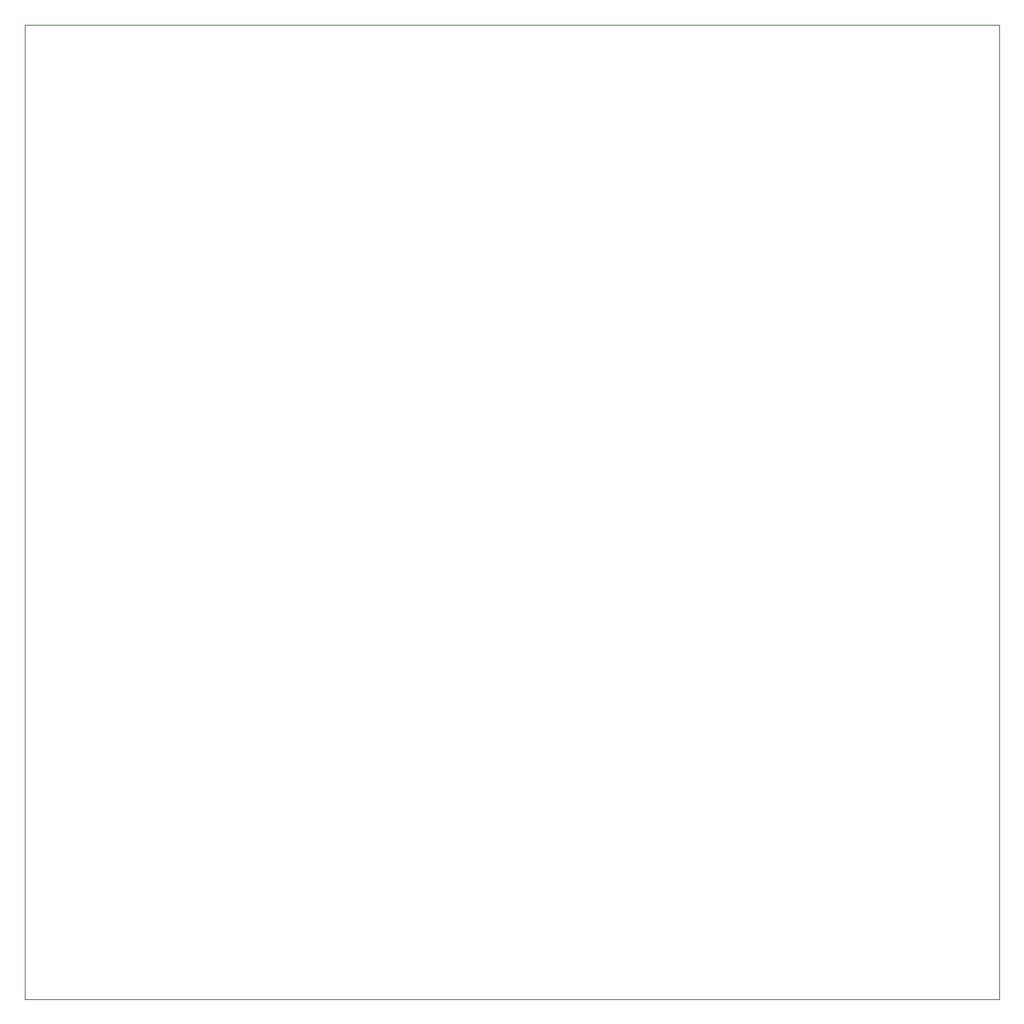
<source format=gbr>
%TF.GenerationSoftware,KiCad,Pcbnew,7.0.8*%
%TF.CreationDate,2023-11-17T10:19:14-05:00*%
%TF.ProjectId,rebafloot,72656261-666c-46f6-9f74-2e6b69636164,rev?*%
%TF.SameCoordinates,Original*%
%TF.FileFunction,Profile,NP*%
%FSLAX46Y46*%
G04 Gerber Fmt 4.6, Leading zero omitted, Abs format (unit mm)*
G04 Created by KiCad (PCBNEW 7.0.8) date 2023-11-17 10:19:14*
%MOMM*%
%LPD*%
G01*
G04 APERTURE LIST*
%TA.AperFunction,Profile*%
%ADD10C,0.100000*%
%TD*%
G04 APERTURE END LIST*
D10*
X48260000Y-60960000D02*
X144780000Y-60960000D01*
X144780000Y-157480000D01*
X48260000Y-157480000D01*
X48260000Y-60960000D01*
M02*

</source>
